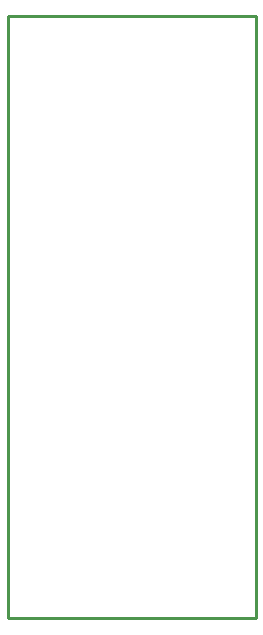
<source format=gbr>
G04 #@! TF.GenerationSoftware,KiCad,Pcbnew,5.1.12-84ad8e8a86~92~ubuntu18.04.1*
G04 #@! TF.CreationDate,2023-05-05T14:43:28+03:00*
G04 #@! TF.ProjectId,RP2040-PICO30_Rev_A,52503230-3430-42d5-9049-434f33305f52,A*
G04 #@! TF.SameCoordinates,Original*
G04 #@! TF.FileFunction,Profile,NP*
%FSLAX46Y46*%
G04 Gerber Fmt 4.6, Leading zero omitted, Abs format (unit mm)*
G04 Created by KiCad (PCBNEW 5.1.12-84ad8e8a86~92~ubuntu18.04.1) date 2023-05-05 14:43:28*
%MOMM*%
%LPD*%
G01*
G04 APERTURE LIST*
G04 #@! TA.AperFunction,Profile*
%ADD10C,0.254000*%
G04 #@! TD*
G04 APERTURE END LIST*
D10*
X140000000Y-115500000D02*
X161000000Y-115500000D01*
X140000000Y-64500000D02*
X161000000Y-64500000D01*
X161000000Y-115500000D02*
X161000000Y-64500000D01*
X140000000Y-115500000D02*
X140000000Y-64500000D01*
M02*

</source>
